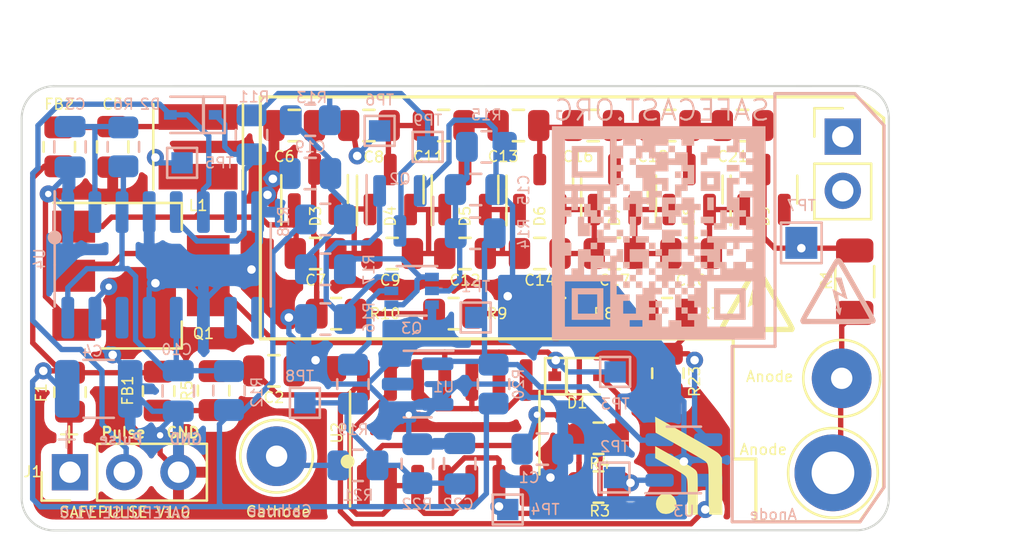
<source format=kicad_pcb>
(kicad_pcb (version 20210108) (generator pcbnew)
  (layers (0 "F.Cu" signal) (31 "B.Cu" signal) (34 "B.Paste" user) (35 "F.Paste" user) (36 "B.SilkS" user "B.Silkscreen") (37 "F.SilkS" user "F.Silkscreen") (38 "B.Mask" user) (39 "F.Mask" user) (44 "Edge.Cuts" user))
  (net 0 "")
  (net 1 "Net-(C1-Pad1)")
  (net 2 "Net-(C3-Pad1)")
  (net 3 "GND")
  (net 4 "Net-(C5-Pad1)")
  (net 5 "Net-(C7-Pad1)")
  (net 6 "Net-(C12-Pad1)")
  (net 7 "Net-(C6-Pad2)")
  (net 8 "Net-(C7-Pad2)")
  (net 9 "Net-(C10-Pad1)")
  (net 10 "Net-(C11-Pad1)")
  (net 11 "Net-(C14-Pad2)")
  (net 12 "Net-(C11-Pad2)")
  (net 13 "Net-(C12-Pad2)")
  (net 14 "Net-(C16-Pad2)")
  (net 15 "Net-(C17-Pad2)")
  (net 16 "Net-(C18-Pad2)")
  (net 17 "Net-(C20-Pad2)")
  (net 18 "Net-(C13-Pad2)")
  (net 19 "+3V3")
  (net 20 "Net-(Q2-Pad3)")
  (net 21 "Net-(Q2-Pad1)")
  (net 22 "Net-(Q3-Pad1)")
  (net 23 "Net-(C2-Pad1)")
  (net 24 "Net-(Q3-Pad5)")
  (net 25 "Net-(C21-Pad2)")
  (net 26 "Net-(D1-Pad1)")
  (net 27 "+2V5")
  (net 28 "Net-(Q1-Pad2)")
  (net 29 "Net-(D1-Pad2)")
  (net 30 "Net-(D2-Pad1)")
  (net 31 "Net-(C22-Pad1)")
  (net 32 "Net-(FB1-Pad2)")
  (net 33 "Net-(H1-Pad1)")
  (net 34 "Net-(H2-Pad1)")
  (net 35 "Net-(C15-Pad1)")
  (net 36 "Net-(R8-Pad2)")
  (net 37 "Net-(R3-Pad2)")
  (net 38 "Net-(C19-Pad1)")
  (net 39 "Net-(R23-Pad1)")
  (net 40 "Net-(R7-Pad2)")
  (net 41 "Net-(D2-Pad2)")
  (net 42 "no_connect_(D9-Pad2)")
  (net 43 "Net-(F1-Pad1)")
  (net 44 "Net-(R10-Pad2)")
  (net 45 "no_connect_(U1-Pad3)")
  (net 46 "no_connect_(U4-Pad7)")
  (net 47 "no_connect_(U4-Pad9)")
  (net 48 "no_connect_(U4-Pad10)")
  (net 49 "no_connect_(U4-Pad14)")
  (footprint "Resistor_SMD:R_0805_2012Metric" (layer "F.Cu") (at 128.5 71.5 90)
    (fp_text reference "F1")
    (fp_text value "Polyfuse" hide)
  )
  (footprint "Capacitor_SMD:C_0805_2012Metric" (layer "F.Cu") (at 146 59)
    (fp_text reference "C11")
    (fp_text value "0.1uF" hide)
  )
  (footprint "TestPoint:TestPoint_Loop_D3.50mm_Drill1.4mm_Beaded" (layer "F.Cu") (at 164.64 70.85 90)
    (fp_text reference "H2" hide)
    (fp_text value "Anode" hide)
  )
  (footprint "Package_TO_SOT_SMD:SOT-23" (layer "F.Cu") (at 157.5 62 90)
    (fp_text reference "D8")
    (fp_text value "BAV23" hide)
  )
  (footprint "Symbol:Safecast logo very small" (layer "F.Cu") (at 157.46 74.98)
    (fp_text reference "G***" hide)
    (fp_text value "LOGO" hide)
  )
  (footprint "TestPoint:TestPoint_Loop_D3.80mm_Drill2.0mm" (layer "F.Cu") (at 164.23 75.28 90)
    (fp_text reference "H2" hide)
    (fp_text value "Anode")
  )
  (footprint "Package_TO_SOT_SMD:SOT-23" (layer "F.Cu") (at 143.5 62 90)
    (fp_text reference "D4")
    (fp_text value "BAV23" hide)
  )
  (footprint "Capacitor_SMD:C_0805_2012Metric" (layer "F.Cu") (at 153 59)
    (fp_text reference "C16")
    (fp_text value "0.1uF" hide)
  )
  (footprint "Package_TO_SOT_SMD:SOT-23" (layer "F.Cu") (at 139.954 61.976 90)
    (fp_text reference "D3")
    (fp_text value "BAV23" hide)
  )
  (footprint "Capacitor_SMD:C_0805_2012Metric" (layer "F.Cu") (at 138.05 70.5)
    (fp_text reference "C2")
    (fp_text value "1uF" hide)
  )
  (footprint "Resistor_SMD:R_0805_2012Metric" (layer "F.Cu") (at 151.464 67.818 180)
    (fp_text reference "R8")
    (fp_text value "22M" hide)
  )
  (footprint "Capacitor_SMD:C_0805_2012Metric" (layer "F.Cu") (at 149.5 59)
    (fp_text reference "C13")
    (fp_text value "0.1uF" hide)
  )
  (footprint "Resistor_SMD:R_0805_2012Metric" (layer "F.Cu") (at 156.464 67.818 180)
    (fp_text reference "R7")
    (fp_text value "22M" hide)
  )
  (footprint "Package_TO_SOT_SMD:SOT-23" (layer "F.Cu") (at 150.5 62 90)
    (fp_text reference "D6")
    (fp_text value "BAV23" hide)
  )
  (footprint "Diode_SMD:D_SOD-323" (layer "F.Cu") (at 152.25 70.75)
    (fp_text reference "D1")
    (fp_text value "BAS16J" hide)
  )
  (footprint "Resistor_SMD:R_0805_2012Metric" (layer "F.Cu") (at 135.225 71.425 -90)
    (fp_text reference "R5")
    (fp_text value "100" hide)
  )
  (footprint "TestPoint:TestPoint_Loop_D2.60mm_Drill1.4mm_Beaded" (layer "F.Cu") (at 138.176 74.5)
    (fp_text reference "H1" hide)
    (fp_text value "Cathode")
  )
  (footprint "Package_TO_SOT_SMD:SOT-23" (layer "F.Cu") (at 154 62 90)
    (fp_text reference "D7")
    (fp_text value "BAV23" hide)
  )
  (footprint "Capacitor_SMD:C_0805_2012Metric" (layer "F.Cu") (at 130.5 60 -90)
    (fp_text reference "C5")
    (fp_text value "1uF" hide)
  )
  (footprint "Capacitor_SMD:C_0805_2012Metric" (layer "F.Cu") (at 154 65)
    (fp_text reference "C17")
    (fp_text value "0.1uF" hide)
  )
  (footprint "Connector_PinHeader_2.54mm:PinHeader_1x03_P2.54mm_Vertical" (layer "F.Cu") (at 128.5 75.25 90)
    (fp_text reference "J1")
    (fp_text value "Conn_01x03_Male" hide)
  )
  (footprint "Resistor_SMD:R_1206_3216Metric" (layer "F.Cu") (at 165.25 66.32 -90)
    (fp_text reference "R1")
    (fp_text value "10M" hide)
  )
  (footprint "Capacitor_SMD:C_0805_2012Metric" (layer "F.Cu") (at 139 59)
    (fp_text reference "C6")
    (fp_text value "0.1uF" hide)
  )
  (footprint "Resistor_SMD:R_0805_2012Metric" (layer "F.Cu") (at 156.5 70.612 -90)
    (fp_text reference "R23")
    (fp_text value "3.16M" hide)
  )
  (footprint "Capacitor_SMD:C_0805_2012Metric" (layer "F.Cu") (at 140 65)
    (fp_text reference "C7")
    (fp_text value "0.1uF" hide)
  )
  (footprint "Capacitor_SMD:C_0805_2012Metric" (layer "F.Cu") (at 150.5 65)
    (fp_text reference "C14")
    (fp_text value "0.1uF" hide)
  )
  (footprint "Capacitor_SMD:C_0805_2012Metric" (layer "F.Cu") (at 147 65)
    (fp_text reference "C12")
    (fp_text value "0.1uF" hide)
  )
  (footprint "Connector_PinHeader_2.54mm:PinHeader_1x02_P2.54mm_Vertical" (layer "F.Cu") (at 164.69 59.52)
    (fp_text reference "REF**" hide)
    (fp_text value "PinHeader_1x02_P2.54mm_Vertical" hide)
  )
  (footprint "Symbol:QR_code_SafePulse" (layer "F.Cu") (at 156.07 64.034)
    (fp_text reference "")
    (fp_text value "LOGO" hide)
  )
  (footprint "Inductor_SMD:L_Taiyo-Yuden_MD-4040" (layer "F.Cu") (at 134.5 60 -90)
    (fp_text reference "L1")
    (fp_text value "2.2uH" hide)
  )
  (footprint "Resistor_SMD:R_0805_2012Metric" (layer "F.Cu") (at 140.964 67.818)
    (fp_text reference "R10")
    (fp_text value "22M" hide)
  )
  (footprint "Capacitor_SMD:C_0805_2012Metric" (layer "F.Cu") (at 157.588 65)
    (fp_text reference "C20")
    (fp_text value "0.1uF" hide)
  )
  (footprint "Package_SO:SOIC-14_3.9x8.7mm_P1.27mm" (layer "F.Cu") (at 146.05 73.406 90)
    (fp_text reference "U2")
    (fp_text value "74HC14" hide)
  )
  (footprint "Resistor_SMD:R_0805_2012Metric" (layer "F.Cu") (at 128 60 90)
    (fp_text reference "FB2")
    (fp_text value "BKP2125HS221-T" hide)
  )
  (footprint "Resistor_SMD:R_0805_2012Metric" (layer "F.Cu") (at 146.464 67.818 180)
    (fp_text reference "R9")
    (fp_text value "22M" hide)
  )
  (footprint "Resistor_SMD:R_0805_2012Metric" (layer "F.Cu") (at 153.25 75.946)
    (fp_text reference "R3")
    (fp_text value "100K" hide)
  )
  (footprint "Resistor_SMD:R_0805_2012Metric" (layer "F.Cu") (at 153.25 73.66)
    (fp_text reference "R4")
    (fp_text value "100K" hide)
  )
  (footprint "Capacitor_SMD:C_0805_2012Metric" (layer "F.Cu") (at 156.588 59)
    (fp_text reference "C18")
    (fp_text value "0.1uF" hide)
  )
  (footprint "Capacitor_SMD:C_0805_2012Metric" (layer "F.Cu") (at 143.588 65)
    (fp_text reference "C9")
    (fp_text value "0.1uF" hide)
  )
  (footprint "Symbol:HV warning" (layer "F.Cu") (at 160.64 67.12)
    (fp_text reference "G***" hide)
    (fp_text value "LOGO" hide)
  )
  (footprint "Package_TO_SOT_SMD:SOT-223-3_TabPin2" (layer "F.Cu") (at 131.826 66.04)
    (fp_text reference "Q1")
    (fp_text value "FQT7N10" hide)
  )
  (footprint "Package_TO_SOT_SMD:SOT-23" (layer "F.Cu") (at 161 62 90)
    (fp_text reference "D9")
    (fp_text value "BAV23" hide)
  )
  (footprint "Capacitor_SMD:C_0805_2012Metric" (layer "F.Cu") (at 160 59)
    (fp_text reference "C21")
    (fp_text value "0.1uF" hide)
  )
  (footprint "Capacitor_SMD:C_0805_2012Metric" (layer "F.Cu") (at 142.5 59)
    (fp_text reference "C8")
    (fp_text value "0.1uF" hide)
  )
  (footprint "Resistor_SMD:R_0805_2012Metric" (layer "F.Cu") (at 132.65 71.45 -90)
    (fp_text reference "FB1")
    (fp_text value "BKP2125HS221-T" hide)
  )
  (footprint "Package_TO_SOT_SMD:SOT-23" (layer "F.Cu") (at 147 62 90)
    (fp_text reference "D5")
    (fp_text value "BAV23" hide)
  )
  (footprint "TestPoint:TestPoint_Pad_1.0x1.0mm" (layer "B.Cu") (at 133.75 60.75 180)
    (fp_text reference "TP5")
    (fp_text value "TestPoint" hide)
  )
  (footprint "Resistor_SMD:R_0805_2012Metric" (layer "B.Cu") (at 141.986 74.93)
    (fp_text reference "R21")
    (fp_text value "47k" hide)
  )
  (footprint "Resistor_SMD:R_0805_2012Metric" (layer "B.Cu") (at 135.946 71.4215 90)
    (fp_text reference "R12")
    (fp_text value "100" hide)
  )
  (footprint "Package_TO_SOT_SMD:SOT-363_SC-70-6" (layer "B.Cu") (at 144.5 66.75 180)
    (fp_text reference "Q3")
    (fp_text value "MMDT3906" hide)
  )
  (footprint "TestPoint:TestPoint_Pad_1.0x1.0mm" (layer "B.Cu") (at 143 59.25 180)
    (fp_text reference "TP6")
    (fp_text value "TestPoint" hide)
  )
  (footprint "Resistor_SMD:R_0805_2012Metric" (layer "B.Cu") (at 140.462 65.7375)
    (fp_text reference "R17")
    (fp_text value "499k" hide)
  )
  (footprint "Capacitor_SMD:C_0805_2012Metric" (layer "B.Cu") (at 133.57 71.4415 -90)
    (fp_text reference "C10")
    (fp_text value "1uF" hide)
  )
  (footprint "TestPoint:TestPoint_Pad_1.0x1.0mm" (layer "B.Cu") (at 154.03 70.55 180)
    (fp_text reference "TP3")
    (fp_text value "TestPoint" hide)
  )
  (footprint "Symbol:HV warning" (layer "B.Cu") (at 164.5 66.75 180)
    (fp_text reference "G***" hide)
    (fp_text value "LOGO" hide)
  )
  (footprint "Capacitor_SMD:C_0805_2012Metric" (layer "B.Cu") (at 147.5 62)
    (fp_text reference "C15")
    (fp_text value "1nF" hide)
  )
  (footprint "Resistor_SMD:R_0805_2012Metric" (layer "B.Cu") (at 131 60 90)
    (fp_text reference "R6")
    (fp_text value "121k" hide)
  )
  (footprint "Resistor_SMD:R_0805_2012Metric" (layer "B.Cu") (at 144.765 74.8515 90)
    (fp_text reference "R22")
    (fp_text value "20k" hide)
  )
  (footprint "Package_TO_SOT_SMD:SOT-23-5" (layer "B.Cu") (at 157.25 74.676)
    (fp_text reference "U3")
    (fp_text value "MAX4162" hide)
  )
  (footprint "Capacitor_SMD:C_0805_2012Metric" (layer "B.Cu") (at 146.75 74.8515 90)
    (fp_text reference "C22")
    (fp_text value "360pF" hide)
  )
  (footprint "TestPoint:TestPoint_Pad_1.0x1.0mm" (layer "B.Cu") (at 147.5 68 180)
    (fp_text reference "TP1")
    (fp_text value "TestPoint" hide)
  )
  (footprint "TestPoint:TestPoint_Pad_1.5x1.5mm" (layer "B.Cu") (at 162.75 64.5 180)
    (fp_text reference "TP7")
    (fp_text value "TestPoint" hide)
  )
  (footprint "Resistor_SMD:R_0805_2012Metric" (layer "B.Cu") (at 148.336 71.12 90)
    (fp_text reference "R20")
    (fp_text value "560K" hide)
  )
  (footprint "Package_TO_SOT_SMD:SOT-23" (layer "B.Cu") (at 143.95 63 -90)
    (fp_text reference "Q2")
    (fp_text value "BC846A" hide)
  )
  (footprint "Resistor_SMD:R_0805_2012Metric" (layer "B.Cu") (at 140.462 63.403 180)
    (fp_text reference "R18")
    (fp_text value "1k" hide)
  )
  (footprint "Capacitor_SMD:C_0805_2012Metric" (layer "B.Cu") (at 150.622 74.168)
    (fp_text reference "C1")
    (fp_text value "150pF" hide)
  )
  (footprint "Resistor_SMD:R_0805_2012Metric" (layer "B.Cu") (at 147.475 64.05 180)
    (fp_text reference "R14")
    (fp_text value "1M5" hide)
  )
  (footprint "TestPoint:TestPoint_Pad_1.0x1.0mm" (layer "B.Cu") (at 154 75.5 180)
    (fp_text reference "TP2")
    (fp_text value "TestPoint" hide)
  )
  (footprint "TestPoint:TestPoint_Pad_1.0x1.0mm" (layer "B.Cu") (at 139.5 72 180)
    (fp_text reference "TP8")
    (fp_text value "TestPoint" hide)
  )
  (footprint "TestPoint:TestPoint_Pad_1.0x1.0mm" (layer "B.Cu") (at 145.25 60 180)
    (fp_text reference "TP9")
    (fp_text value "TestPoint" hide)
  )
  (footprint "Resistor_SMD:R_0805_2012Metric" (layer "B.Cu") (at 137 59.436 90)
    (fp_text reference "R11")
    (fp_text value "33k" hide)
  )
  (footprint "Resistor_SMD:R_0805_2012Metric" (layer "B.Cu") (at 139.75 58.75)
    (fp_text reference "R13")
    (fp_text value "100k" hide)
  )
  (footprint "Package_SO:SOIC-16_3.9x9.9mm_P1.27mm" (layer "B.Cu") (at 132.842 65.532 -90)
    (fp_text reference "U4")
    (fp_text value "CD14538BM" hide)
  )
  (footprint "Diode_SMD:D_SOD-323" (layer "B.Cu") (at 134.25 58.5 180)
    (fp_text reference "D2")
    (fp_text value "BAS16J" hide)
  )
  (footprint "Resistor_SMD:R_0805_2012Metric" (layer "B.Cu") (at 148 60)
    (fp_text reference "R15")
    (fp_text value "392k" hide)
  )
  (footprint "Capacitor_SMD:C_0805_2012Metric" (layer "B.Cu") (at 139.75 61.25 180)
    (fp_text reference "C19")
    (fp_text value "0.1uF" hide)
  )
  (footprint "TestPoint:TestPoint_Pad_1.0x1.0mm" (layer "B.Cu") (at 149 77 180)
    (fp_text reference "TP4")
    (fp_text value "TestPoint" hide)
  )
  (footprint "Package_TO_SOT_SMD:SOT-23" (layer "B.Cu") (at 144.78 71.12 180)
    (fp_text reference "U1")
    (fp_text value "MAX6008AEUR+T" hide)
  )
  (footprint "Resistor_SMD:R_0805_2012Metric" (layer "B.Cu") (at 140.462 68.072 180)
    (fp_text reference "R16")
    (fp_text value "1M" hide)
  )
  (footprint "Capacitor_SMD:C_1210_3225Metric" (layer "B.Cu") (at 129.843 71.3415)
    (fp_text reference "C4")
    (fp_text value "10uF" hide)
  )
  (footprint "Resistor_SMD:R_0805_2012Metric" (layer "B.Cu") (at 141.75 71.12 -90)
    (fp_text reference "R19")
    (fp_text value "100k" hide)
  )
  (footprint "Capacitor_SMD:C_0805_2012Metric" (layer "B.Cu") (at 128.5 60 -90)
    (fp_text reference "C3")
    (fp_text value "1nF" hide)
  )
  (gr_circle (center 127.782 64.25) (end 128.032 64.25) (layer "B.SilkS") (width 0.15) (fill solid))
  (gr_line (start 159.512 77.575) (end 165.5 77.575) (layer "B.SilkS") (width 0.15))
  (gr_line (start 134.75 59.35) (end 134.75 57.65) (layer "B.SilkS") (width 0.15))
  (gr_line (start 159.512 69.35) (end 161.52 69.35) (layer "B.SilkS") (width 0.15))
  (gr_line (start 159.512 71.5) (end 159.512 77.575) (layer "B.SilkS") (width 0.15))
  (gr_line (start 166.624 75.946) (end 166.624 59) (layer "B.SilkS") (width 0.15))
  (gr_line (start 165.5 77.575) (end 166.624 75.946) (layer "B.SilkS") (width 0.15))
  (gr_line (start 165.25 57.5) (end 161.51 57.5) (layer "B.SilkS") (width 0.15))
  (gr_line (start 166.624 59) (end 165.25 57.5) (layer "B.SilkS") (width 0.15))
  (gr_line (start 159.512 71.5) (end 159.512 69.35) (layer "B.SilkS") (width 0.15))
  (gr_line (start 161.52 69.35) (end 161.51 57.5) (layer "B.SilkS") (width 0.15))
  (gr_circle (center 141.5 74.75) (end 141.75 74.75) (layer "F.SilkS") (width 0.15) (fill solid))
  (gr_line (start 137.414 69) (end 159.529629 69) (layer "F.SilkS") (width 0.15))
  (gr_line (start 160.62 74.63) (end 160.62 77.57) (layer "F.SilkS") (width 0.15))
  (gr_line (start 160.62 77.57) (end 165.471 77.580787) (layer "F.SilkS") (width 0.15))
  (gr_line (start 137.414 69) (end 137.414 57.658) (layer "F.SilkS") (width 0.15))
  (gr_line (start 166.597 75.992) (end 165.471 77.580787) (layer "F.SilkS") (width 0.15))
  (gr_line (start 166.604 58.658) (end 166.597 75.992) (layer "F.SilkS") (width 0.15))
  (gr_line (start 165.354 57.658) (end 137.414 57.658) (layer "F.SilkS") (width 0.15))
  (gr_line (start 159.56 69) (end 159.56 74.63) (layer "F.SilkS") (width 0.15))
  (gr_line (start 151.75 69.9) (end 151.75 71.6) (layer "F.SilkS") (width 0.15))
  (gr_line (start 159.56 74.63) (end 160.62 74.63) (layer "F.SilkS") (width 0.15))
  (gr_line (start 165.354 57.658) (end 166.604 58.658) (layer "F.SilkS") (width 0.15))
  (gr_arc (start 165.347 76.47) (end 166.847 76.47) (angle 90) (layer "Edge.Cuts") (width 0.1))
  (gr_line (start 165.347 77.97) (end 127.738 77.978) (layer "Edge.Cuts") (width 0.1))
  (gr_line (start 166.847 58.65) (end 166.847 76.47) (layer "Edge.Cuts") (width 0.1))
  (gr_arc (start 165.347 58.65) (end 165.347 57.15) (angle 90) (layer "Edge.Cuts") (width 0.1))
  (gr_arc (start 127.738 76.478) (end 127.738 77.978) (angle 90) (layer "Edge.Cuts") (width 0.1))
  (gr_line (start 127.738 57.158) (end 165.347 57.15) (layer "Edge.Cuts") (width 0.1))
  (gr_line (start 126.238 76.478) (end 126.238 58.658) (layer "Edge.Cuts") (width 0.1))
  (gr_arc (start 127.738 58.658) (end 126.238 58.658) (angle 90) (layer "Edge.Cuts") (width 0.1))
  (gr_text "GND\n" (at 133.925 73.7) (layer "B.SilkS") (effects (font (size 0.5 0.5) (thickness 0.1)) (justify mirror)))
  (gr_text "SAFECAST.ORG" (at 156.21 58.29) (layer "B.SilkS") (effects (font (size 0.95 0.95) (thickness 0.1)) (justify mirror)))
  (gr_text "+" (at 128.341 73.64) (layer "B.SilkS") (effects (font (size 1 1) (thickness 0.1)) (justify mirror)))
  (gr_text "SAFEPULSE V1.0" (at 131.075 77.15125) (layer "B.SilkS") (effects (font (size 0.5 0.5) (thickness 0.075)) (justify mirror)))
  (gr_text "Pulse" (at 130.881 73.7) (layer "B.SilkS") (effects (font (size 0.5 0.5) (thickness 0.1)) (justify mirror)))
  (gr_text "SAFEPULSE V1.0" (at 131.075 77.125) (layer "F.SilkS") (effects (font (size 0.5 0.5) (thickness 0.075))))
  (gr_text "+" (at 128.46 73.4) (layer "F.SilkS") (effects (font (size 1 1) (thickness 0.1))))
  (gr_text "Pulse" (at 131 73.4) (layer "F.SilkS") (effects (font (size 0.5 0.5) (thickness 0.1))))
  (gr_text "GND\n" (at 133.794 73.4) (layer "F.SilkS") (effects (font (size 0.5 0.5) (thickness 0.1))))
  (segment (start 151.233 72.5558) (end 152.338 73.66) (width 0.25) (layer "F.Cu") (net 1))
  (segment (start 142.24 74.906) (end 143.146 74) (width 0.25) (layer "F.Cu") (net 1))
  (segment (start 142.24 75.881) (end 142.24 74.906) (width 0.25) (layer "F.Cu") (net 1))
  (segment (start 149.75 74) (end 150.368 73.382) (width 0.25) (layer "F.Cu") (net 1))
  (segment (start 150.368 72.5558) (end 151.233 72.5558) (width 0.25) (layer "F.Cu") (net 1))
  (segment (start 152.338 74.803) (end 152.3375 74.8035) (width 0.25) (layer "F.Cu") (net 1))
  (segment (start 152.338 73.66) (end 152.338 74.803) (width 0.25) (layer "F.Cu") (net 1))
  (segment (start 152.338 73.5389) (end 152.3375 73.5394) (width 0.25) (layer "F.Cu") (net 1))
  (segment (start 152.3375 73.5394) (end 152.3375 73.66) (width 0.25) (layer "F.Cu") (net 1))
  (segment (start 152.3375 74.8035) (end 152.3375 75.946) (width 0.25) (layer "F.Cu") (net 1))
  (segment (start 152.338 74.803) (end 152.338 75.946) (width 0.25) (layer "F.Cu") (net 1))
  (segment (start 150.368 73.382) (end 150.368 72.5558) (width 0.25) (layer "F.Cu") (net 1))
  (segment (start 152.338 73.4179) (end 152.338 73.5389) (width 0.25) (layer "F.Cu") (net 1))
  (segment (start 143.146 74) (end 149.75 74) (width 0.25) (layer "F.Cu") (net 1))
  (segment (start 152.338 73.5389) (end 152.338 73.66) (width 0.25) (layer "F.Cu") (net 1))
  (via (at 150.368 72.5558) (size 0.8) (layers "F.Cu" "B.Cu") (net 1))
  (segment (start 149.863 74.168) (end 149.672 74.168) (width 0.25) (layer "B.Cu") (net 1))
  (segment (start 150.368 72.5558) (end 149.863 74.168) (width 0.25) (layer "B.Cu") (net 1))
  (segment (start 129.667 63.057) (end 129.667 59.167) (width 0.25) (layer "B.Cu") (net 2))
  (segment (start 129.667 59.167) (end 129.55 59.05) (width 0.25) (layer "B.Cu") (net 2))
  (segment (start 131 59.0875) (end 130.9625 59.05) (width 0.25) (layer "B.Cu") (net 2))
  (segment (start 130.9625 59.05) (end 128.5 59.05) (width 0.25) (layer "B.Cu") (net 2))
  (segment (start 139 70.5) (end 139.5 70.5) (width 0.25) (layer "F.Cu") (net 3))
  (segment (start 132.72 73.5221) (end 132.72 74.39) (width 0.25) (layer "F.Cu") (net 3))
  (segment (start 139.5 70.5) (end 140 70) (width 0.25) (layer "F.Cu") (net 3))
  (segment (start 137.75 62.25) (end 138.0875 61.9125) (width 0.25) (layer "F.Cu") (net 3))
  (segment (start 151.21 75.71) (end 151 75.5) (width 0.25) (layer "F.Cu") (net 3))
  (segment (start 140.103 70.358) (end 140 70.255) (width 0.25) (layer "F.Cu") (net 3))
  (segment (start 138.0875 61.9125) (end 138.0875 59) (width 0.25) (layer "F.Cu") (net 3))
  (segment (start 138 62) (end 138 61) (width 0.25) (layer "F.Cu") (net 3))
  (segment (start 138.75 67.5) (end 138.75 68) (width 0.25) (layer "F.Cu") (net 3))
  (segment (start 151.21 76.3439) (end 151.21 75.71) (width 0.25) (layer "F.Cu") (net 3))
  (segment (start 137.75 62.25) (end 138 62) (width 0.25) (layer "F.Cu") (net 3))
  (segment (start 127.350989 67.014989) (end 128.676 68.34) (width 0.25) (layer "F.Cu") (net 3))
  (segment (start 127.350989 62.338011) (end 127.350989 67.014989) (width 0.25) (layer "F.Cu") (net 3))
  (segment (start 140 70.255) (end 140 70) (width 0.25) (layer "F.Cu") (net 3))
  (segment (start 137 65.75) (end 138.75 67.5) (width 0.25) (layer "F.Cu") (net 3))
  (segment (start 157 72.0245) (end 156.5 71.5245) (width 0.25) (layer "F.Cu") (net 3))
  (segment (start 127.481 62.208) (end 127.350989 62.338011) (width 0.25) (layer "F.Cu") (net 3))
  (segment (start 132.72 74.39) (end 133.58 75.25) (width 0.25) (layer "F.Cu") (net 3))
  (via (at 132.5 66.3902) (size 0.8) (drill 0.4) (layers "F.Cu" "B.Cu") (net 3))
  (via (at 127.481 62.208) (size 0.8) (layers "F.Cu" "B.Cu") (net 3))
  (via (at 138.75 68) (size 0.8) (drill 0.4) (layers "F.Cu" "B.Cu") (net 3))
  (via (at 157.25 74.75) (size 0.8) (drill 0.4) (layers "F.Cu" "B.Cu") (net 3))
  (via (at 130.313 66.5594) (size 0.8) (layers "F.Cu" "B.Cu") (net 3))
  (via (at 140 70) (size 0.8) (drill 0.4) (layers "F.Cu" "B.Cu") (net 3))
  (via (at 138 61.5) (size 0.8) (drill 0.4) (layers "F.Cu" "B.Cu") (net 3))
  (via (at 149 67) (size 0.8) (drill 0.4) (layers "F.Cu" "B.Cu") (net 3))
  (via (at 137.75 62.25) (size 0.8) (drill 0.4) (layers "F.Cu" "B.Cu") (net 3))
  (via (at 151 75.5) (size 0.8) (drill 0.4) (layers "F.Cu" "B.Cu") (net 3))
  (via (at 130.5 69.75) (size 0.8) (drill 0.4) (layers "F.Cu" "B.Cu") (net 3))
  (via (at 144.365 72.5578) (size 0.8) (layers "F.Cu" "B.Cu") (net 3))
  (via (at 132.72 73.5221) (size 0.8) (layers "F.Cu" "B.Cu") (net 3))
  (via (at 137 65.75) (size 0.8) (drill 0.4) (layers "F.Cu" "B.Cu") (net 3))
  (segment (start 136.25 65.75) (end 137 65.75) (width 0.25) (layer "B.Cu") (net 3))
  (segment (start 142.433 71.12) (end 140.62 71.12) (width 0.25) (layer "B.Cu") (net 3))
  (segment (start 145.7175 72.0704) (end 145.7175 72.07) (width 0.25) (layer "B.Cu") (net 3))
  (segment (start 139.5495 68.0715) (end 139.5495 68.072) (width 0.25) (layer "B.Cu") (net 3))
  (segment (start 130.5 69.75) (end 131.318 70.568) (width 0.25) (layer "B.Cu") (net 3))
  (segment (start 157.25 76.25) (end 157 76.5) (width 0.25) (layer "B.Cu") (net 3))
  (segment (start 138.822 68.072) (end 139.5495 68.072) (width 0.25) (layer "B.Cu") (net 3))
  (segment (start 138.75 68.75) (end 138.75 68) (width 0.25) (layer "B.Cu") (net 3))
  (segment (start 133.67 75.1695) (end 133.5005 75) (width 0.25) (layer "B.Cu") (net 3))
  (segment (start 152 76.5) (end 151 75.5) (width 0.25) (layer "B.Cu") (net 3))
  (segment (start 134.1026 66.5) (end 134.747 67.1444) (width 0.25) (layer "B.Cu") (net 3))
  (segment (start 138.75 68) (end 138.822 68.072) (width 0.25) (layer "B.Cu") (net 3))
  (segment (start 128.5 61.189) (end 127.481 62.208) (width 0.25) (layer "B.Cu") (net 3))
  (segment (start 137.832 62.332) (end 137.832 62.5121) (width 0.25) (layer "B.Cu") (net 3))
  (segment (start 134.747 67.5418) (end 134.747 68.007) (width 0.25) (layer "B.Cu") (net 3))
  (segment (start 130.313 66.5594) (end 129.667 67.2055) (width 0.25) (layer "B.Cu") (net 3))
  (segment (start 132.3677 66.5) (end 134.1026 66.5) (width 0.25) (layer "B.Cu") (net 3))
  (segment (start 137.832 62.5121) (end 137.287 63.057) (width 0.25) (layer "B.Cu") (net 3))
  (segment (start 131.318 70.568) (end 131.318 71.3415) (width 0.25) (layer "B.Cu") (net 3))
  (segment (start 144.197 72.39) (end 143.703 72.39) (width 0.25) (layer "B.Cu") (net 3))
  (segment (start 148.4125 59.1625) (end 148.4125 60) (width 0.25) (layer "B.Cu") (net 3))
  (segment (start 157.25 71.94) (end 154.54 69.23) (width 0.25) (layer "B.Cu") (net 3))
  (segment (start 157 76.5) (end 152 76.5) (width 0.25) (layer "B.Cu") (net 3))
  (segment (start 146.25 59) (end 146.5 58.75) (width 0.25) (layer "B.Cu") (net 3))
  (segment (start 148 58.75) (end 148.4125 59.1625) (width 0.25) (layer "B.Cu") (net 3))
  (segment (start 144.9 62.0625) (end 146.25 60.7125) (width 0.25) (layer "B.Cu") (net 3))
  (segment (start 149 67.98) (end 149 67) (width 0.25) (layer "B.Cu") (net 3))
  (segment (start 138.55 61.5) (end 138.8 61.25) (width 0.25) (layer "B.Cu") (net 3))
  (segment (start 140 70.5) (end 140 70) (width 0.25) (layer "B.Cu") (net 3))
  (segment (start 148.45 60.0375) (end 148.4125 60) (width 0.25) (layer "B.Cu") (net 3))
  (segment (start 145.474 72.3139) (end 145.718 72.07) (width 0.25) (layer "B.Cu") (net 3))
  (segment (start 145.718 72.07) (end 146.668 71.12) (width 0.25) (layer "B.Cu") (net 3))
  (segment (start 145.474 72.3139) (end 145.7175 72.0704) (width 0.25) (layer "B.Cu") (net 3))
  (segment (start 147.282 73.939) (end 147.32 73.9015) (width 0.25) (layer "B.Cu") (net 3))
  (segment (start 145.23 72.5578) (end 145.474 72.3139) (width 0.25) (layer "B.Cu") (net 3))
  (segment (start 137.75 62.25) (end 137.832 62.332) (width 0.25) (layer "B.Cu") (net 3))
  (segment (start 143.703 72.39) (end 142.433 71.12) (width 0.25) (layer "B.Cu") (net 3))
  (segment (start 156.1125 74.676) (end 157.176 74.676) (width 0.25) (layer "B.Cu") (net 3))
  (segment (start 151.572 72.578) (end 151.572 74.168) (width 0.25) (layer "B.Cu") (net 3))
  (segment (start 157.25 74.75) (end 157.25 71.94) (width 0.25) (layer "B.Cu") (net 3))
  (segment (start 157.176 74.676) (end 157.25 74.75) (width 0.25) (layer "B.Cu") (net 3))
  (segment (start 132.72 73.5221) (end 132.72 73.2415) (width 0.25) (layer "B.Cu") (net 3))
  (segment (start 127.548 62.208) (end 128.397 63.057) (width 0.25) (layer "B.Cu") (net 3))
  (segment (start 148.45 62) (end 149.22502 62.77502) (width 0.25) (layer "B.Cu") (net 3))
  (segment (start 151 75.5) (end 151.572 74.928) (width 0.25) (layer "B.Cu") (net 3))
  (segment (start 132.207 66.0972) (end 132.207 63.057) (width 0.25) (layer "B.Cu") (net 3))
  (segment (start 144.365 72.5578) (end 144.053 72.87) (width 0.25) (layer "B.Cu") (net 3))
  (segment (start 149.22502 62.77502) (end 149.22502 66.77498) (width 0.25) (layer "B.Cu") (net 3))
  (segment (start 127.481 62.208) (end 127.548 62.208) (width 0.25) (layer "B.Cu") (net 3))
  (segment (start 132.368 72.3915) (end 131.318 71.3415) (width 0.25) (layer "B.Cu") (net 3))
  (segment (start 146.668 71.12) (end 149.37 71.12) (width 0.25) (layer "B.Cu") (net 3))
  (segment (start 128.5 60.95) (end 128.5 61.189) (width 0.25) (layer "B.Cu") (net 3))
  (segment (start 133.57 72.3915) (end 132.72 72.3915) (width 0.25) (layer "B.Cu") (net 3))
  (segment (start 144.365 72.5578) (end 144.365 73.5389) (width 0.25) (layer "B.Cu") (net 3))
  (segment (start 138 61.5) (end 138.55 61.5) (width 0.25) (layer "B.Cu") (net 3))
  (segment (start 140 70) (end 138.75 68.75) (width 0.25) (layer "B.Cu") (net 3))
  (segment (start 146.25 60.7125) (end 146.25 59) (width 0.25) (layer "B.Cu") (net 3))
  (segment (start 134.747 68.007) (end 134.747 67.5418) (width 0.25) (layer "B.Cu") (net 3))
  (segment (start 129.667 67.2055) (end 129.667 68.007) (width 0.25) (layer "B.Cu") (net 3))
  (segment (start 139.5495 68.0715) (end 139.55 68.072) (width 0.25) (layer "B.Cu") (net 3))
  (segment (start 144.365 72.5578) (end 144.197 72.39) (width 0.25) (layer "B.Cu") (net 3))
  (segment (start 137.287 65.463) (end 137.287 63.057) (width 0.25) (layer "B.Cu") (net 3))
  (segment (start 144.365 73.5389) (end 144.765 73.939) (width 0.25) (layer "B.Cu") (net 3))
  (segment (start 145.45 67.4) (end 145.45 68.103) (width 0.25) (layer "B.Cu") (net 3))
  (segment (start 132.72 72.3915) (end 132.368 72.3915) (width 0.25) (layer "B.Cu") (net 3))
  (segment (start 151.572 74.928) (end 151.572 74.168) (width 0.25) (layer "B.Cu") (net 3))
  (segment (start 150 71.75) (end 151 71.75) (width 0.25) (layer "B.Cu") (net 3))
  (segment (start 149.22502 66.77498) (end 149 67) (width 0.25) (layer "B.Cu") (net 3))
  (segment (start 140.62 71.12) (end 140 70.5) (width 0.25) (layer "B.Cu") (net 3))
  (segment (start 132.207 66.6607) (end 132.3677 66.5) (width 0.25) (layer "B.Cu") (net 3))
  (segment (start 151 71.75) (end 151.5 72.25) (width 0.25) (layer "B.Cu") (net 3))
  (segment (start 132.2295 66.6607) (end 132.5 66.3902) (width 0.25) (layer "B.Cu") (net 3))
  (segment (start 132.207 66.6607) (end 132.2295 66.6607) (width 0.25) (layer "B.Cu") (net 3))
  (segment (start 134.747 67.253) (end 136.25 65.75) (width 0.25) (layer "B.Cu") (net 3))
  (segment (start 157.25 76.25) (end 157.25 74.75) (width 0.25) (layer "B.Cu") (net 3))
  (segment (start 132.5 66.3902) (end 132.207 66.0972) (width 0.25) (layer "B.Cu") (net 3))
  (segment (start 144.765 73.939) (end 146.7125 73.939) (width 0.25) (layer "B.Cu") (net 3))
  (segment (start 151.5 72.25) (end 151.5 74.096) (width 0.25) (layer "B.Cu") (net 3))
  (segment (start 146.7125 73.939) (end 146.75 73.9015) (width 0.25) (layer "B.Cu") (net 3))
  (segment (start 154.54 69.23) (end 150.25 69.23) (width 0.25) (layer "B.Cu") (net 3))
  (segment (start 137 65.75) (end 137.287 65.463) (width 0.25) (layer "B.Cu") (net 3))
  (segment (start 132.72 73.2415) (end 133.57 72.3915) (width 0.25) (layer "B.Cu") (net 3))
  (segment (start 150.25 69.23) (end 149 67.98) (width 0.25) (layer "B.Cu") (net 3))
  (segment (start 132.207 66.6607) (end 132.207 68.007) (width 0.25) (layer "B.Cu") (net 3))
  (segment (start 144.802 73.9015) (end 144.765 73.939) (width 0.25) (layer "B.Cu") (net 3))
  (segment (start 134.747 67.5418) (end 134.747 67.253) (width 0.25) (layer "B.Cu") (net 3))
  (segment (start 146.5 58.75) (end 148 58.75) (width 0.25) (layer "B.Cu") (net 3))
  (segment (start 144.365 72.5578) (end 145.23 72.5578) (width 0.25) (layer "B.Cu") (net 3))
  (segment (start 139.492 68.014) (end 139.5495 68.0715) (width 0.25) (layer "B.Cu") (net 3))
  (segment (start 145.45 68.103) (end 142.433 71.12) (width 0.25) (layer "B.Cu") (net 3))
  (segment (start 133.5005 75) (end 133 75) (width 0.25) (layer "B.Cu") (net 3))
  (segment (start 149.37 71.12) (end 150 71.75) (width 0.25) (layer "B.Cu") (net 3))
  (segment (start 134.747 67.1444) (end 134.747 67.5418) (width 0.25) (layer "B.Cu") (net 3))
  (segment (start 151.5 74.096) (end 151.572 74.168) (width 0.25) (layer "B.Cu") (net 3))
  (segment (start 148.45 62) (end 148.45 60.0375) (width 0.25) (layer "B.Cu") (net 3))
  (segment (start 134.05 59.05) (end 134.5 58.6) (width 0.25) (layer "F.Cu") (net 4))
  (segment (start 128 59.0875) (end 130.462 59.0875) (width 0.25) (layer "F.Cu") (net 4))
  (segment (start 130.5 59.05) (end 134.05 59.05) (width 0.25) (layer "F.Cu") (net 4))
  (segment (start 130.462 59.0875) (end 130.5 59.05) (width 0.25) (layer "F.Cu") (net 4))
  (segment (start 139.0875 64.3285) (end 139.0875 65) (width 0.25) (layer "F.Cu") (net 5))
  (segment (start 134.3746 63.2947) (end 134.568 63.1013) (width 0.25) (layer "F.Cu") (net 5))
  (segment (start 139.088 63.656) (end 138.9434 63.656) (width 0.25) (layer "F.Cu") (net 5))
  (segment (start 139.088 65) (end 139.088 64.328) (width 0.25) (layer "F.Cu") (net 5))
  (segment (start 139.004 63.5954) (end 139.004 62.9135) (width 0.25) (layer "F.Cu") (net 5))
  (segment (start 137.423 63.2947) (end 134.3746 63.2947) (width 0.25) (layer "F.Cu") (net 5))
  (segment (start 132.5 60.5) (end 133.4 61.4) (width 0.25) (layer "F.Cu") (net 5))
  (segment (start 139.088 64.328) (end 139.088 63.656) (width 0.25) (layer "F.Cu") (net 5))
  (segment (start 134.3746 63.2947) (end 130.447 63.2947) (width 0.25) (layer "F.Cu") (net 5))
  (segment (start 137.784 63.656) (end 137.423 63.2947) (width 0.25) (layer "F.Cu") (net 5))
  (segment (start 134.5 61.4) (end 134.568 61.468) (width 0.25) (layer "F.Cu") (net 5))
  (segment (start 134.568 63.1013) (end 134.568 61.468) (width 0.25) (layer "F.Cu") (net 5))
  (segment (start 130.001 63.74) (end 128.676 63.74) (width 0.25) (layer "F.Cu") (net 5))
  (segment (start 139.088 64.328) (end 139.0875 64.3285) (width 0.25) (layer "F.Cu") (net 5))
  (segment (start 138.9434 63.656) (end 139.004 63.5954) (width 0.25) (layer "F.Cu") (net 5))
  (segment (start 130.447 63.2947) (end 130.001 63.74) (width 0.25) (layer "F.Cu") (net 5))
  (segment (start 138.9434 63.656) (end 137.784 63.656) (width 0.25) (layer "F.Cu") (net 5))
  (segment (start 133.4 61.4) (end 134.5 61.4) (width 0.25) (layer "F.Cu") (net 5))
  (via (at 132.5 60.5) (size 0.8) (drill 0.4) (layers "F.Cu" "B.Cu") (net 5))
  (segment (start 132.5 60.5) (end 132.75 60.75) (width 0.25) (layer "B.Cu") (net 5))
  (segment (start 132.75 60.75) (end 133.75 60.75) (width 0.25) (layer "B.Cu") (net 5))
  (segment (start 146.05 62.9375) (end 145.294 62.9375) (width 0.25) (layer "F.Cu") (net 6))
  (segment (start 144.5005 65) (end 145.294 65) (width 0.25) (layer "F.Cu") (net 6))
  (segment (start 145.294 62.9375) (end 144.45 62.9375) (width 0.25) (layer "F.Cu") (net 6))
  (segment (start 144.5 65) (end 144.5005 65) (width 0.25) (layer "F.Cu") (net 6))
  (segment (start 145.294 65) (end 146.0875 65) (width 0.25) (layer "F.Cu") (net 6))
  (segment (start 146.0875 65) (end 146.088 65) (width 0.25) (layer "F.Cu") (net 6))
  (segment (start 145.294 65) (end 145.294 62.9375) (width 0.25) (layer "F.Cu") (net 6))
  (segment (start 140.052 67.818) (end 140.052 66.8095) (width 0.25) (layer "F.Cu") (net 7))
  (segment (start 140.052 64.2623) (end 139.912 64.1233) (width 0.25) (layer "F.Cu") (net 7))
  (segment (start 141.5875 59) (end 141.588 59) (width 0.25) (layer "F.Cu") (net 7))
  (segment (start 139.9125 59) (end 141.5875 59) (width 0.25) (layer "F.Cu") (net 7))
  (segment (start 140.0515 66.81) (end 140.0515 67.818) (width 0.25) (layer "F.Cu") (net 7))
  (segment (start 141.75 59.2) (end 141.55 59) (width 0.25) (layer "F.Cu") (net 7))
  (segment (start 140.052 66.8095) (end 140.0515 66.81) (width 0.25) (layer "F.Cu") (net 7))
  (segment (start 139.912 64.1233) (end 139.912 60.5376) (width 0.25) (layer "F.Cu") (net 7))
  (segment (start 139.954 60.5796) (end 139.954 61.0385) (width 0.25) (layer "F.Cu") (net 7))
  (segment (start 139.912 60.5376) (end 139.954 60.5796) (width 0.25) (layer "F.Cu") (net 7))
  (segment (start 139.912 59) (end 139.9125 59) (width 0.25) (layer "F.Cu") (net 7))
  (segment (start 140.052 66.8095) (end 140.052 64.2623) (width 0.25) (layer "F.Cu") (net 7))
  (segment (start 139.912 60.5376) (end 139.912 59) (width 0.25) (layer "F.Cu") (net 7))
  (segment (start 141.95 60.425) (end 141.75 59.2) (width 0.25) (layer "F.Cu") (net 7))
  (via (at 141.95 60.425) (size 0.8) (drill 0.4) (layers "F.Cu" "B.Cu") (net 7))
  (segment (start 141.95 60.425) (end 143 59.25) (width 0.25) (layer "B.Cu") (net 7))
  (segment (start 141.756 65) (end 141.81 64.9455) (width 0.25) (layer "F.Cu") (net 8))
  (segment (start 141.756 65) (end 140.9125 65) (width 0.25) (layer "F.Cu") (net 8))
  (segment (start 142.526 62.9135) (end 142.55 62.9375) (width 0.25) (layer "F.Cu") (net 8))
  (segment (start 141.81 62.9135) (end 142.526 62.9135) (width 0.25) (layer "F.Cu") (net 8))
  (segment (start 142.6755 65) (end 141.756 65) (width 0.25) (layer "F.Cu") (net 8))
  (segment (start 140.9125 65) (end 140.912 65) (width 0.25) (layer "F.Cu") (net 8))
  (segment (start 140.904 62.9135) (end 141.81 62.9135) (width 0.25) (layer "F.Cu") (net 8))
  (segment (start 142.676 65) (end 142.6755 65) (width 0.25) (layer "F.Cu") (net 8))
  (segment (start 141.81 64.9455) (end 141.81 62.9135) (width 0.25) (layer "F.Cu") (net 8))
  (segment (start 142.628 62.859) (end 142.55 62.9375) (width 0.25) (layer "F.Cu") (net 8))
  (segment (start 135.9285 70.4915) (end 135.946 70.509) (width 0.25) (layer "B.Cu") (net 9))
  (segment (start 128.397 68.007) (end 128.397 66.603) (width 0.25) (layer "B.Cu") (net 9))
  (segment (start 133.477 68.007) (end 133.477 70.3985) (width 0.25) (layer "B.Cu") (net 9))
  (segment (start 132.998 70.4915) (end 133.57 70.4915) (width 0.25) (layer "B.Cu") (net 9))
  (segment (start 130.502 65.7114) (end 131.2114 65.7114) (width 0.25) (layer "B.Cu") (net 9))
  (segment (start 130.937 63.057) (end 130.937 62.563) (width 0.25) (layer "B.Cu") (net 9))
  (segment (start 130.7886 65.7114) (end 130.502 65.7114) (width 0.25) (layer "B.Cu") (net 9))
  (segment (start 131 62.994) (end 130.937 63.057) (width 0.25) (layer "B.Cu") (net 9))
  (segment (start 130.937 65.563) (end 130.7886 65.7114) (width 0.25) (layer "B.Cu") (net 9))
  (segment (start 131 60.9125) (end 131 62.994) (width 0.25) (layer "B.Cu") (net 9))
  (segment (start 131.2114 65.7114) (end 131.572 66.072) (width 0.25) (layer "B.Cu") (net 9))
  (segment (start 133.477 70.3985) (end 133.57 70.4915) (width 0.25) (layer "B.Cu") (net 9))
  (segment (start 130.937 63.057) (end 130.937 65.563) (width 0.25) (layer "B.Cu") (net 9))
  (segment (start 133.57 70.4915) (end 135.9285 70.4915) (width 0.25) (layer "B.Cu") (net 9))
  (segment (start 131.572 66.072) (end 131.572 69.0659) (width 0.25) (layer "B.Cu") (net 9))
  (segment (start 128.397 66.603) (end 129.2886 65.7114) (width 0.25) (layer "B.Cu") (net 9))
  (segment (start 131.572 69.0659) (end 132.998 70.4915) (width 0.25) (layer "B.Cu") (net 9))
  (segment (start 129.2886 65.7114) (end 130.502 65.7114) (width 0.25) (layer "B.Cu") (net 9))
  (segment (start 143.412 59) (end 143.4125 59) (width 0.25) (layer "F.Cu") (net 10))
  (segment (start 143.412 60.975) (end 143.412 59) (width 0.25) (layer "F.Cu") (net 10))
  (segment (start 143.5 61.0625) (end 143.412 60.975) (width 0.25) (layer "F.Cu") (net 10))
  (segment (start 143.4125 59) (end 145.0875 59) (width 0.25) (layer "F.Cu") (net 10))
  (segment (start 145.0875 59) (end 145.088 59) (width 0.25) (layer "F.Cu") (net 10))
  (segment (start 153.0875 65) (end 153.088 65) (width 0.25) (layer "F.Cu") (net 11))
  (segment (start 153.05 62.9375) (end 151.45 62.9375) (width 0.25) (layer "F.Cu") (net 11))
  (segment (start 151.412 65) (end 151.4125 65) (width 0.25) (layer "F.Cu") (net 11))
  (segment (start 153.05 65) (end 153.05 62.9375) (width 0.25) (layer "F.Cu") (net 11))
  (segment (start 151.4125 65) (end 153.05 65) (width 0.25) (layer "F.Cu") (net 11))
  (segment (start 153.05 65) (end 153.0875 65) (width 0.25) (layer "F.Cu") (net 11))
  (segment (start 147 59.0875) (end 146.9123 59.0002) (width 0.25) (layer "F.Cu") (net 12))
  (segment (start 146.9123 59.0002) (end 146.912 59) (width 0.25) (layer "F.Cu") (net 12))
  (segment (start 148.5875 59) (end 147.088 59) (width 0.25) (layer "F.Cu") (net 12))
  (segment (start 148.588 59) (end 148.5875 59) (width 0.25) (layer "F.Cu") (net 12))
  (segment (start 147.088 59) (end 147 59.0875) (width 0.25) (layer "F.Cu") (net 12))
  (segment (start 146.9125 59) (end 146.9123 59.0002) (width 0.25) (layer "F.Cu") (net 12))
  (segment (start 147 61.0625) (end 147 59.0875) (width 0.25) (layer "F.Cu") (net 12))
  (segment (start 147.912 65) (end 147.9125 65) (width 0.25) (layer "F.Cu") (net 13))
  (segment (start 148.75 65) (end 149.5875 65) (width 0.25) (layer "F.Cu") (net 13))
  (segment (start 148.75 65) (end 148.75 62.9375) (width 0.25) (layer "F.Cu") (net 13))
  (segment (start 149.5875 65) (end 149.588 65) (width 0.25) (layer "F.Cu") (net 13))
  (segment (start 148.75 62.9375) (end 149.55 62.9375) (width 0.25) (layer "F.Cu") (net 13))
  (segment (start 147.9125 65) (end 148.75 65) (width 0.25) (layer "F.Cu") (net 13))
  (segment (start 147.95 62.9375) (end 148.75 62.9375) (width 0.25) (layer "F.Cu") (net 13))
  (segment (start 153.9125 59) (end 155.6755 59) (width 0.25) (layer "F.Cu") (net 14))
  (segment (start 155.6755 59) (end 155.676 59) (width 0.25) (layer "F.Cu") (net 14))
  (segment (start 154 61.0625) (end 153.912 60.975) (width 0.25) (layer "F.Cu") (net 14))
  (segment (start 153.912 60.975) (end 153.912 59) (width 0.25) (layer "F.Cu") (net 14))
  (segment (start 153.912 59) (end 153.9125 59) (width 0.25) (layer "F.Cu") (net 14))
  (segment (start 154.9125 65) (end 154.912 65) (width 0.25) (layer "F.Cu") (net 15))
  (segment (start 154.95 62.9375) (end 156.55 62.9375) (width 0.25) (layer "F.Cu") (net 15))
  (segment (start 154.95 65) (end 154.95 62.9375) (width 0.25) (layer "F.Cu") (net 15))
  (segment (start 156.6755 65) (end 154.95 65) (width 0.25) (layer "F.Cu") (net 15))
  (segment (start 154.95 65) (end 154.9125 65) (width 0.25) (layer "F.Cu") (net 15))
  (segment (start 156.676 65) (end 156.6755 65) (width 0.25) (layer "F.Cu") (net 15))
  (segment (start 157.5 59) (end 157.5 61.0625) (width 0.25) (layer "F.Cu") (net 16))
  (segment (start 159.0875 59) (end 157.5005 59) (width 0.25) (layer "F.Cu") (net 16))
  (segment (start 157.5005 59) (end 157.5 59) (width 0.25) (layer "F.Cu") (net 16))
  (segment (start 159.088 59) (end 159.0875 59) (width 0.25) (layer "F.Cu") (net 16))
  (segment (start 160.05 62.9375) (end 158.45 62.9375) (width 0.25) (layer "F.Cu") (net 17))
  (segment (start 158.45 64.9495) (end 158.45 62.9375) (width 0.25) (layer "F.Cu") (net 17))
  (segment (start 158.5 65) (end 158.45 64.9495) (width 0.25) (layer "F.Cu") (net 17))
  (segment (start 158.5005 65) (end 158.5 65) (width 0.25) (layer "F.Cu") (net 17))
  (segment (start 152 59.0875) (end 152.0877 59.0002) (width 0.25) (layer "F.Cu") (net 18))
  (segment (start 152.0875 59) (end 152.0877 59.0002) (width 0.25) (layer "F.Cu") (net 18))
  (segment (start 152.0877 59.0002) (end 152.088 59) (width 0.25) (layer "F.Cu") (net 18))
  (segment (start 150.5 59.0875) (end 152 59.0875) (width 0.25) (layer "F.Cu") (net 18))
  (segment (start 150.4123 59.0002) (end 150.412 59) (width 0.25) (layer "F.Cu") (net 18))
  (segment (start 150.5 59.0875) (end 150.4123 59.0002) (width 0.25) (layer "F.Cu") (net 18))
  (segment (start 150.4125 59) (end 150.4123 59.0002) (width 0.25) (layer "F.Cu") (net 18))
  (segment (start 150.5 61.0625) (end 150.5 59.0875) (width 0.25) (layer "F.Cu") (net 18))
  (segment (start 132.6 70.5875) (end 132.65 70.5375) (width 0.25) (layer "F.Cu") (net 19))
  (segment (start 128 60.9125) (end 127.3 60.9125) (width 0.25) (layer "F.Cu") (net 19))
  (segment (start 128.4125 70.5) (end 128.5 70.5875) (width 0.25) (layer "F.Cu") (net 19))
  (segment (start 126.755989 69.192489) (end 128.151 70.5875) (width 0.25) (layer "F.Cu") (net 19))
  (segment (start 126.755989 61.456511) (end 126.755989 69.192489) (width 0.25) (layer "F.Cu") (net 19))
  (segment (start 127.25 70.5) (end 128.4125 70.5) (width 0.25) (layer "F.Cu") (net 19))
  (segment (start 127.3 60.9125) (end 126.755989 61.456511) (width 0.25) (layer "F.Cu") (net 19))
  (segment (start 128.151 70.5875) (end 128.5 70.5875) (width 0.25) (layer "F.Cu") (net 19))
  (segment (start 128 60.9125) (end 127.39125 60.9125) (width 0.25) (layer "F.Cu") (net 19))
  (segment (start 128.5 70.5875) (end 132.6 70.5875) (width 0.25) (layer "F.Cu") (net 19))
  (via (at 127.25 70.5) (size 0.8) (drill 0.4) (layers "F.Cu" "B.Cu") (net 19))
  (segment (start 136.5 72.5) (end 136.112 72.5) (width 0.25) (layer "B.Cu") (net 19))
  (segment (start 135.634148 76.865852) (end 147.384148 76.865852) (width 0.25) (layer "B.Cu") (net 19))
  (segment (start 128.0915 71.3415) (end 128.368 71.3415) (width 0.25) (layer "B.Cu") (net 19))
  (segment (start 127.115852 76.865852) (end 135.634148 76.865852) (width 0.25) (layer "B.Cu") (net 19))
  (segment (start 148 72.3685) (end 148.336 72.0325) (width 0.25) (layer "B.Cu") (net 19))
  (segment (start 139.5495 63.403) (end 139.597 63.403) (width 0.25) (layer "B.Cu") (net 19))
  (segment (start 139.512 63.3655) (end 139.5495 63.403) (width 0.25) (layer "B.Cu") (net 19))
  (segment (start 139.55 63.403) (end 139.5497 63.4032) (width 0.25) (layer "B.Cu") (net 19))
  (segment (start 135.946 72.554) (end 135.5 73) (width 0.25) (layer "B.Cu") (net 19))
  (segment (start 127.115852 76.865852) (end 130.459552 76.865852) (width 0.25) (layer "B.Cu") (net 19))
  (segment (start 135.5 76.731704) (end 135.634148 76.865852) (width 0.25) (layer "B.Cu") (net 19))
  (segment (start 148.336 72.0325) (end 148.37 72.0665) (width 0.25) (layer "B.Cu") (net 19))
  (segment (start 135.946 72.334) (end 135.946 72.554) (width 0.25) (layer "B.Cu") (net 19))
  (segment (start 128.368 71.3415) (end 128.59 71.5635) (width 0.25) (layer "B.Cu") (net 19))
  (segment (start 138 64.9525) (end 138 71) (width 0.25) (layer "B.Cu") (net 19))
  (segment (start 126.75 71) (end 126.75 76.5) (width 0.25) (layer "B.Cu") (net 19))
  (segment (start 139.5495 63.403) (end 139.5497 63.4032) (width 0.25) (layer "B.Cu") (net 19))
  (segment (start 138 71) (end 136.5 72.5) (width 0.25) (layer "B.Cu") (net 19))
  (segment (start 127.25 70.5) (end 128.0915 71.3415) (width 0.25) (layer "B.Cu") (net 19))
  (segment (start 148 76.25) (end 148 72.3685) (width 0.25) (layer "B.Cu") (net 19))
  (segment (start 126.75 76.5) (end 127.115852 76.865852) (width 0.25) (layer "B.Cu") (net 19))
  (segment (start 148.409 72.1058) (end 148.336 72.0325) (width 0.25) (layer "B.Cu") (net 19))
  (segment (start 135.5 73) (end 135.5 76.731704) (width 0.25) (layer "B.Cu") (net 19))
  (segment (start 138 64.9525) (end 139.5495 63.403) (width 0.25) (layer "B.Cu") (net 19))
  (segment (start 128.368 71.3415) (end 128.368 71.2159) (width 0.25) (layer "B.Cu") (net 19))
  (segment (start 147.384148 76.865852) (end 148 76.25) (width 0.25) (layer "B.Cu") (net 19))
  (segment (start 135.412 72.334) (end 135.946 72.334) (width 0.25) (layer "B.Cu") (net 19))
  (segment (start 136.112 72.5) (end 135.946 72.334) (width 0.25) (layer "B.Cu") (net 19))
  (segment (start 127.25 70.5) (end 126.75 71) (width 0.25) (layer "B.Cu") (net 19))
  (segment (start 137.414 58.336) (end 138.25 57.5) (width 0.25) (layer "B.Cu") (net 20))
  (segment (start 137.414 58.5235) (end 137.414 58.336) (width 0.25) (layer "B.Cu") (net 20))
  (segment (start 137.414 58.5235) (end 137.564 58.674) (width 0.25) (layer "B.Cu") (net 20))
  (segment (start 144 63.8875) (end 143.95 63.9375) (width 0.25) (layer "B.Cu") (net 20))
  (segment (start 144 57.5) (end 145.25 58.75) (width 0.25) (layer "B.Cu") (net 20))
  (segment (start 145.25 60) (end 144 61.25) (width 0.25) (layer "B.Cu") (net 20))
  (segment (start 140.6625 58.75) (end 140.6625 57.5875) (width 0.25) (layer "B.Cu") (net 20))
  (segment (start 144 61.25) (end 144 63.8875) (width 0.25) (layer "B.Cu") (net 20))
  (segment (start 140.6625 57.5875) (end 140.75 57.5) (width 0.25) (layer "B.Cu") (net 20))
  (segment (start 138.25 57.5) (end 140.75 57.5) (width 0.25) (layer "B.Cu") (net 20))
  (segment (start 140.75 57.5) (end 144 57.5) (width 0.25) (layer "B.Cu") (net 20))
  (segment (start 145.25 58.75) (end 145.25 60) (width 0.25) (layer "B.Cu") (net 20))
  (segment (start 141.7525 68.45) (end 141.3745 68.072) (width 0.25) (layer "B.Cu") (net 21))
  (segment (start 142.9 66.1) (end 143.55 66.1) (width 0.25) (layer "B.Cu") (net 21))
  (segment (start 141 64.5) (end 142.5 64.5) (width 0.25) (layer "B.Cu") (net 21))
  (segment (start 142.5 64.5) (end 143 64) (width 0.25) (layer "B.Cu") (net 21))
  (segment (start 141.374 68.072) (end 141.374 67.9215) (width 0.25) (layer "B.Cu") (net 21))
  (segment (start 141.374 68.072) (end 141.3745 68.072) (width 0.25) (layer "B.Cu") (net 21))
  (segment (start 143 64) (end 143 62.0625) (width 0.25) (layer "B.Cu") (net 21))
  (segment (start 143.55 66.1) (end 143.55 66.05) (width 0.25) (layer "B.Cu") (net 21))
  (segment (start 140.5 67.1975) (end 140.5 65) (width 0.25) (layer "B.Cu") (net 21))
  (segment (start 140.5 65) (end 141 64.5) (width 0.25) (layer "B.Cu") (net 21))
  (segment (start 141.3745 68.072) (end 140.5 67.1975) (width 0.25) (layer "B.Cu") (net 21))
  (segment (start 141.3745 67.6255) (end 142.9 66.1) (width 0.25) (layer "B.Cu") (net 21))
  (segment (start 141.3745 68.072) (end 141.478 68.072) (width 0.25) (layer "B.Cu") (net 21))
  (segment (start 141.3745 68.072) (end 141.3745 67.6255) (width 0.25) (layer "B.Cu") (net 21))
  (segment (start 141.3745 65.7375) (end 141.7375 65.7375) (width 0.25) (layer "B.Cu") (net 22))
  (segment (start 144.1 67.4) (end 144.75 66.75) (width 0.25) (layer "B.Cu") (net 22))
  (segment (start 143.55 67.4) (end 144.1 67.4) (width 0.25) (layer "B.Cu") (net 22))
  (segment (start 144.05 65.25) (end 141.862 65.25) (width 0.25) (layer "B.Cu") (net 22))
  (segment (start 141.3745 65.7375) (end 141.374 65.7375) (width 0.25) (layer "B.Cu") (net 22))
  (segment (start 144.75 66.75) (end 144.75 66.25) (width 0.25) (layer "B.Cu") (net 22))
  (segment (start 144.9 66.1) (end 144.05 65.25) (width 0.25) (layer "B.Cu") (net 22))
  (segment (start 144.9 66.1) (end 145.45 66.1) (width 0.25) (layer "B.Cu") (net 22))
  (segment (start 144.75 66.25) (end 144.9 66.1) (width 0.25) (layer "B.Cu") (net 22))
  (segment (start 141.862 65.25) (end 141.3745 65.7375) (width 0.25) (layer "B.Cu") (net 22))
  (segment (start 142.24 70.931) (end 141.545609 71.625391) (width 0.25) (layer "F.Cu") (net 23))
  (segment (start 141.16498 72.00602) (end 142.24 70.931) (width 0.25) (layer "F.Cu") (net 23))
  (segment (start 141.16498 77.089404) (end 141.16498 72.00602) (width 0.25) (layer "F.Cu") (net 23))
  (segment (start 135.225 70.5125) (end 137.0875 70.5125) (width 0.25) (layer "F.Cu") (net 23))
  (segment (start 141.545609 71.625391) (end 138.225391 71.625391) (width 0.25) (layer "F.Cu") (net 23))
  (segment (start 137.0875 70.5125) (end 137.1 70.5) (width 0.25) (layer "F.Cu") (net 23))
  (segment (start 158.25 77) (end 157.58398 77.66602) (width 0.25) (layer "F.Cu") (net 23))
  (segment (start 141.741596 77.66602) (end 141.16498 77.089404) (width 0.25) (layer "F.Cu") (net 23))
  (segment (start 138.225391 71.625391) (end 137.1 70.5) (width 0.25) (layer "F.Cu") (net 23))
  (segment (start 157.58398 77.66602) (end 141.741596 77.66602) (width 0.25) (layer "F.Cu") (net 23))
  (via (at 158.25 77) (size 0.8) (drill 0.4) (layers "F.Cu" "B.Cu") (net 23))
  (segment (start 158.3875 76.8625) (end 158.3875 75.626) (width 0.25) (layer "B.Cu") (net 23))
  (segment (start 158.25 77) (end 158.3875 76.8625) (width 0.25) (layer "B.Cu") (net 23))
  (segment (start 143.55 66.75) (end 143 66.75) (width 0.25) (layer "B.Cu") (net 24))
  (segment (start 142.5 67.25) (end 142.5 69.1855) (width 0.25) (layer "B.Cu") (net 24))
  (segment (start 142.5 69.1855) (end 141.478 70.2075) (width 0.25) (layer "B.Cu") (net 24))
  (segment (start 143 66.75) (end 142.5 67.25) (width 0.25) (layer "B.Cu") (net 24))
  (segment (start 142.5 69.1855) (end 141.96775 69.71775) (width 0.25) (layer "B.Cu") (net 24))
  (segment (start 161 64.25) (end 161.5 64.75) (width 0.25) (layer "F.Cu") (net 25))
  (segment (start 164.8575 65.25) (end 165.25 64.8575) (width 0.25) (layer "F.Cu") (net 25))
  (segment (start 160.95 59) (end 160.95 61.0125) (width 0.25) (layer "F.Cu") (net 25))
  (segment (start 161.5 64.75) (end 162.75 64.75) (width 0.25) (layer "F.Cu") (net 25))
  (segment (start 160.95 61.0125) (end 161 61.0625) (width 0.25) (layer "F.Cu") (net 25))
  (segment (start 160.912 59) (end 160.9123 59.0002) (width 0.25) (layer "F.Cu") (net 25))
  (segment (start 162.75 64.75) (end 165.1425 64.75) (width 0.25) (layer "F.Cu") (net 25))
  (segment (start 165.1425 64.75) (end 165.25 64.8575) (width 0.25) (layer "F.Cu") (net 25))
  (segment (start 161 64.25) (end 161 61.0625) (width 0.25) (layer "F.Cu") (net 25))
  (segment (start 160.9123 59.0002) (end 161 59.0875) (width 0.25) (layer "F.Cu") (net 25))
  (segment (start 160.9125 59) (end 160.9123 59.0002) (width 0.25) (layer "F.Cu") (net 25))
  (via (at 162.75 64.75) (size 0.8) (drill 0.4) (layers "F.Cu" "B.Cu") (net 25))
  (segment (start 144.414 69.624) (end 143.51 70.5278) (width 0.25) (layer "F.Cu") (net 26))
  (segment (start 144.78 75.881) (end 143.51 75.881) (width 0.25) (layer "F.Cu") (net 26))
  (segment (start 144.78 75.881) (end 144.78 76.856) (width 0.25) (layer "F.Cu") (net 26))
  (segment (start 151.2 70.75) (end 151.2 69.95) (width 0.25) (layer "F.Cu") (net 26))
  (segment (start 150.874 69.624) (end 148.59 69.624) (width 0.25) (layer "F.Cu") (net 26))
  (segment (start 151.2 69.95) (end 150.874 69.624) (width 0.25) (layer "F.Cu") (net 26))
  (segment (start 147.32 76.2578) (end 147.32 75.881) (width 0.25) (layer "F.Cu") (net 26))
  (segment (start 143.51 75.881) (end 143.51 76.856) (width 0.25) (layer "F.Cu") (net 26))
  (segment (start 146.397 77.181) (end 147.32 76.2578) (width 0.25) (layer "F.Cu") (net 26))
  (segment (start 141.615 73.385) (end 143.51 71.49) (width 0.25) (layer "F.Cu") (net 26))
  (segment (start 146.05 69.624) (end 144.414 69.624) (width 0.25) (layer "F.Cu") (net 26))
  (segment (start 143.15 77.216) (end 141.928 77.216) (width 0.25) (layer "F.Cu") (net 26))
  (segment (start 144.78 76.856) (end 145.105 77.181) (width 0.25) (layer "F.Cu") (net 26))
  (segment (start 143.51 76.856) (end 143.15 77.216) (width 0.25) (layer "F.Cu") (net 26))
  (segment (start 148.59 69.624) (end 148.59 70.931) (width 0.25) (layer "F.Cu") (net 26))
  (segment (start 143.51 70.5278) (end 143.51 70.931) (width 0.25) (layer "F.Cu") (net 26))
  (segment (start 141.615 76.9028) (end 141.615 73.385) (width 0.25) (layer "F.Cu") (net 26))
  (segment (start 146.05 69.624) (end 146.05 70.931) (width 0.25) (layer "F.Cu") (net 26))
  (segment (start 143.51 71.49) (end 143.51 70.931) (width 0.25) (layer "F.Cu") (net 26))
  (segment (start 141.928 77.216) (end 141.615 76.9028) (width 0.25) (layer "F.Cu") (net 26))
  (segment (start 146.05 69.624) (end 148.59 69.624) (width 0.25) (layer "F.Cu") (net 26))
  (segment (start 145.105 77.181) (end 146.397 77.181) (width 0.25) (layer "F.Cu") (net 26))
  (via (at 151.25 70) (size 0.8) (drill 0.4) (layers "F.Cu" "B.Cu") (net 26))
  (segment (start 154.03 70.55) (end 151.8 70.55) (width 0.25) (layer "B.Cu") (net 26))
  (segment (start 151.8 70.55) (end 151.25 70) (width 0.25) (layer "B.Cu") (net 26))
  (segment (start 152.75 71.25) (end 155.25 73.75) (width 0.25) (layer "B.Cu") (net 27))
  (segment (start 148.184 70.0555) (end 148.336 70.2075) (width 0.25) (layer "B.Cu") (net 27))
  (segment (start 147.9125 64.525) (end 148.3875 64.05) (width 0.25) (layer "B.Cu") (net 27))
  (segment (start 148.336 70.2075) (end 148.6285 70.5) (width 0.25) (layer "B.Cu") (net 27))
  (segment (start 148.336 70.2075) (end 147.9125 69.784) (width 0.25) (layer "B.Cu") (net 27))
  (segment (start 155.25 73.75) (end 156.0885 73.75) (width 0.25) (layer "B.Cu") (net 27))
  (segment (start 156.0885 73.75) (end 156.1125 73.726) (width 0.25) (layer "B.Cu") (net 27))
  (segment (start 145.7175 70.17) (end 145.718 70.17) (width 0.25) (layer "B.Cu") (net 27))
  (segment (start 150.5 71.25) (end 152.75 71.25) (width 0.25) (layer "B.Cu") (net 27))
  (segment (start 148.336 70.2075) (end 149.4575 70.2075) (width 0.25) (layer "B.Cu") (net 27))
  (segment (start 147.3055 70.0555) (end 148.184 70.0555) (width 0.25) (layer "B.Cu") (net 27))
  (segment (start 149.4575 70.2075) (end 150.5 71.25) (width 0.25) (layer "B.Cu") (net 27))
  (segment (start 145.946 70.0555) (end 147.3055 70.0555) (width 0.25) (layer "B.Cu") (net 27))
  (segment (start 145.832 70.0555) (end 145.946 70.0555) (width 0.25) (layer "B.Cu") (net 27))
  (segment (start 147.9125 69.784) (end 147.9125 64.525) (width 0.25) (layer "B.Cu") (net 27))
  (segment (start 145.718 70.17) (end 145.832 70.0555) (width 0.25) (layer "B.Cu") (net 27))
  (segment (start 128.676 65.5) (end 130.5 65.5) (width 0.25) (layer "F.Cu") (net 28))
  (segment (start 149.86 71.3706) (end 149.86 70.931) (width 0.25) (layer "F.Cu") (net 28))
  (segment (start 147.32 72.2707) (end 147.32 70.931) (width 0.25) (layer "F.Cu") (net 28))
  (segment (start 128.676 66.04) (end 128.676 65.5) (width 0.25) (layer "F.Cu") (net 28))
  (segment (start 138.11 69.174) (end 134.976 66.04) (width 0.25) (layer "F.Cu") (net 28))
  (segment (start 148.495 74.581) (end 146.973 74.581) (width 0.25) (layer "F.Cu") (net 28))
  (segment (start 153.325 73.1218) (end 152.351722 72.148278) (width 0.25) (layer "F.Cu") (net 28))
  (segment (start 152.351722 72.148278) (end 151.723 71.5194) (width 0.25) (layer "F.Cu") (net 28))
  (segment (start 134.976 66.04) (end 134.976 65.5043) (width 0.25) (layer "F.Cu") (net 28))
  (segment (start 153.325 76.4842) (end 153.325 73.1218) (width 0.25) (layer "F.Cu") (net 28))
  (segment (start 146.05 75.5042) (end 146.05 75.881) (width 0.25) (layer "F.Cu") (net 28))
  (segment (start 148.96 72.2707) (end 149.86 71.3706) (width 0.25) (layer "F.Cu") (net 28))
  (segment (start 151.723 71.5194) (end 150.223 71.5194) (width 0.25) (layer "F.Cu") (net 28))
  (segment (start 146.973 74.581) (end 146.05 75.5042) (width 0.25) (layer "F.Cu") (net 28))
  (segment (start 152.246 69.174) (end 152.351722 69.279722) (width 0.25) (layer "F.Cu") (net 28))
  (segment (start 134.976 65) (end 134.976 65.5043) (width 0.25) (layer "F.Cu") (net 28))
  (segment (start 152.351722 69.279722) (end 152.351722 72.148278) (width 0.25) (layer "F.Cu") (net 28))
  (segment (start 144.78 71.3699) (end 144.78 70.931) (width 0.25) (layer "F.Cu") (net 28))
  (segment (start 147.32 72.2707) (end 148.96 72.2707) (width 0.25) (layer "F.Cu") (net 28))
  (segment (start 147.32 72.2707) (end 145.681 72.2707) (width 0.25) (layer "F.Cu") (net 28))
  (segment (start 130.5 65.5) (end 131 65) (width 0.25) (layer "F.Cu") (net 28))
  (segment (start 152.246 69.174) (end 138.11 69.174) (width 0.25) (layer "F.Cu") (net 28))
  (segment (start 149.86 71.3706) (end 150.009 71.5194) (width 0.25) (layer "F.Cu") (net 28))
  (segment (start 148.59 75.881) (end 148.59 76.856) (width 0.25) (layer "F.Cu") (net 28))
  (segment (start 150.009 71.5194) (end 150.223 71.5194) (width 0.25) (layer "F.Cu") (net 28))
  (segment (start 148.59 74.676) (end 148.495 74.581) (width 0.25) (layer "F.Cu") (net 28))
  (segment (start 131 65) (end 134.976 65) (width 0.25) (layer "F.Cu") (net 28))
  (segment (start 145.681 72.2707) (end 144.78 71.3699) (width 0.25) (layer "F.Cu") (net 28))
  (segment (start 148.59 76.856) (end 148.915 77.181) (width 0.25) (layer "F.Cu") (net 28))
  (segment (start 152.628 77.181) (end 153.325 76.4842) (width 0.25) (layer "F.Cu") (net 28))
  (segment (start 148.915 77.181) (end 152.628 77.181) (width 0.25) (layer "F.Cu") (net 28))
  (segment (start 148.59 75.881) (end 148.59 74.676) (width 0.25) (layer "F.Cu") (net 28))
  (segment (start 150.223 71.5194) (end 151.723 71.5194) (width 0.25) (layer "F.Cu") (net 28))
  (via (at 148.59 76.856) (size 0.8) (drill 0.4) (layers "F.Cu" "B.Cu") (net 28))
  (segment (start 154.1625 73.66) (end 154.1625 71.6125) (width 0.25) (layer "F.Cu") (net 29))
  (segment (start 154.05 73.5475) (end 154.1625 73.66) (width 0.25) (layer "F.Cu") (net 29))
  (segment (start 154.162 73.66) (end 154.1623 73.6598) (width 0.25) (layer "F.Cu") (net 29))
  (segment (start 154.1625 73.66) (end 154.1623 73.6598) (width 0.25) (layer "F.Cu") (net 29))
  (segment (start 154.1625 71.6125) (end 153.301679 70.751679) (width 0.25) (layer "F.Cu") (net 29))
  (segment (start 136.652 61.1105) (end 136.652 64.073) (width 0.25) (layer "B.Cu") (net 30))
  (segment (start 135.75 60) (end 136.0985 60.3485) (width 0.25) (layer "B.Cu") (net 30))
  (segment (start 137.2625 60.5) (end 137.414 60.3485) (width 0.25) (layer "B.Cu") (net 30))
  (segment (start 133.477 63.4467) (end 133.477 63.057) (width 0.25) (layer "B.Cu") (net 30))
  (segment (start 134.442 64.4119) (end 133.477 63.4467) (width 0.25) (layer "B.Cu") (net 30))
  (segment (start 137.414 60.3485) (end 136.652 61.1105) (width 0.25) (layer "B.Cu") (net 30))
  (segment (start 136.0985 60.3485) (end 137 60.3485) (width 0.25) (layer "B.Cu") (net 30))
  (segment (start 136.313 64.4119) (end 134.442 64.4119) (width 0.25) (layer "B.Cu") (net 30))
  (segment (start 135.75 58.95) (end 135.75 60) (width 0.25) (layer "B.Cu") (net 30))
  (segment (start 136.652 64.073) (end 136.313 64.4119) (width 0.25) (layer "B.Cu") (net 30))
  (segment (start 135.3 58.5) (end 135.75 58.95) (width 0.25) (layer "B.Cu") (net 30))
  (segment (start 142.8985 74.5975) (end 142.8985 74.93) (width 0.25) (layer "B.Cu") (net 31))
  (segment (start 142.8985 74.93) (end 143.931 74.93) (width 0.25) (layer "B.Cu") (net 31))
  (segment (start 144.765 75.764) (end 146.7125 75.764) (width 0.25) (layer "B.Cu") (net 31))
  (segment (start 139.5 72) (end 141.4455 72) (width 0.25) (layer "B.Cu") (net 31))
  (segment (start 146.7125 75.764) (end 146.75 75.8015) (width 0.25) (layer "B.Cu") (net 31))
  (segment (start 141.478 72.0325) (end 141.478 73.177) (width 0.25) (layer "B.Cu") (net 31))
  (segment (start 141.478 73.177) (end 142.8985 74.5975) (width 0.25) (layer "B.Cu") (net 31))
  (segment (start 143.931 74.93) (end 144.765 75.764) (width 0.25) (layer "B.Cu") (net 31))
  (segment (start 141.4455 72) (end 141.478 72.0325) (width 0.25) (layer "B.Cu") (net 31))
  (segment (start 147.282 75.764) (end 147.32 75.8015) (width 0.25) (layer "B.Cu") (net 31))
  (segment (start 144.802 75.8015) (end 144.765 75.764) (width 0.25) (layer "B.Cu") (net 31))
  (segment (start 135.2 72.3625) (end 135.225 72.3375) (width 0.25) (layer "F.Cu") (net 32))
  (segment (start 132.65 72.3625) (end 135.2 72.3625) (width 0.25) (layer "F.Cu") (net 32))
  (segment (start 138.606 74.93) (end 138.176 74.5) (width 0.25) (layer "B.Cu") (net 33))
  (segment (start 138.606 74.8515) (end 138.43 74.676) (width 0.25) (layer "B.Cu") (net 33))
  (segment (start 141.152 74.8515) (end 141.0735 74.93) (width 0.25) (layer "B.Cu") (net 33))
  (segment (start 141.328 74.8515) (end 141.152 74.8515) (width 0.25) (layer "B.Cu") (net 33))
  (segment (start 141.0735 74.93) (end 138.606 74.93) (width 0.25) (layer "B.Cu") (net 33))
  (segment (start 164.7 70.53) (end 164.592 70.638) (width 0.25) (layer "F.Cu") (net 34))
  (segment (start 164.64 68.3925) (end 164.64 70.65) (width 0.25) (layer "F.Cu") (net 34))
  (segment (start 165.25 67.7825) (end 164.64 68.3925) (width 0.25) (layer "F.Cu") (net 34))
  (segment (start 164.592 74.128) (end 164.14 74.58) (width 0.25) (layer "F.Cu") (net 34))
  (segment (start 164.338 70.168) (end 164.7 70.53) (width 0.25) (layer "F.Cu") (net 34))
  (segment (start 164.592 70.638) (end 164.592 74.128) (width 0.25) (layer "F.Cu") (net 34))
  (segment (start 164.338 69.85) (end 164.7 70.212) (width 0.25) (layer "B.Cu") (net 34))
  (segment (start 164.7 70.212) (end 164.7 70.53) (width 0.25) (layer "B.Cu") (net 34))
  (segment (start 146.5875 61.9625) (end 146.55 62) (width 0.25) (layer "B.Cu") (net 35))
  (segment (start 146.4125 64.25) (end 146.5 64.25) (width 0.25) (layer "B.Cu") (net 35))
  (segment (start 146.25 66.75) (end 146.75 66.25) (width 0.25) (layer "B.Cu") (net 35))
  (segment (start 146.75 64.2375) (end 146.5625 64.05) (width 0.25) (layer "B.Cu") (net 35))
  (segment (start 146.75 66.25) (end 146.75 64.2375) (width 0.25) (layer "B.Cu") (net 35))
  (segment (start 146.55 62) (end 146.55 64.0375) (width 0.25) (layer "B.Cu") (net 35))
  (segment (start 146.55 64.0375) (end 146.5625 64.05) (width 0.25) (layer "B.Cu") (net 35))
  (segment (start 146.55 62) (end 147.0875 61.4625) (width 0.25) (layer "B.Cu") (net 35))
  (segment (start 147.0875 61.4625) (end 147.0875 60) (width 0.25) (layer "B.Cu") (net 35))
  (segment (start 145.45 66.75) (end 146.25 66.75) (width 0.25) (layer "B.Cu") (net 35))
  (segment (start 150.5515 67.818) (end 150.552 67.818) (width 0.25) (layer "F.Cu") (net 36))
  (segment (start 147.376 67.818) (end 147.3765 67.818) (width 0.25) (layer "F.Cu") (net 36))
  (segment (start 147.3765 67.818) (end 150.5515 67.818) (width 0.25) (layer "F.Cu") (net 36))
  (segment (start 154.3585 75.75) (end 154.1625 75.946) (width 0.25) (layer "F.Cu") (net 37))
  (segment (start 154.162 75.946) (end 154.1625 75.946) (width 0.25) (layer "F.Cu") (net 37))
  (segment (start 154.75 75.75) (end 154.3585 75.75) (width 0.25) (layer "F.Cu") (net 37))
  (via (at 154.75 75.75) (size 0.8) (drill 0.4) (layers "F.Cu" "B.Cu") (net 37))
  (segment (start 154.874 75.626) (end 154.75 75.75) (width 0.25) (layer "B.Cu") (net 37))
  (segment (start 156.1125 75.626) (end 154.874 75.626) (width 0.25) (layer "B.Cu") (net 37))
  (segment (start 140.75 60.6625) (end 138.8375 58.75) (width 0.25) (layer "B.Cu") (net 38))
  (segment (start 141.412 63.3655) (end 141.3743 63.4028) (width 0.25) (layer "B.Cu") (net 38))
  (segment (start 139.5495 65.228) (end 141.3745 63.403) (width 0.25) (layer "B.Cu") (net 38))
  (segment (start 141.412 63.3655) (end 141.3745 63.403) (width 0.25) (layer "B.Cu") (net 38))
  (segment (start 141.5 62.75) (end 141.5 63.2775) (width 0.25) (layer "B.Cu") (net 38))
  (segment (start 139.55 65.7375) (end 139.5497 65.7377) (width 0.25) (layer "B.Cu") (net 38))
  (segment (start 141.3743 63.4028) (end 141.374 63.403) (width 0.25) (layer "B.Cu") (net 38))
  (segment (start 141.5 63.2775) (end 141.3745 63.403) (width 0.25) (layer "B.Cu") (net 38))
  (segment (start 140.7 61.95) (end 141.5 62.75) (width 0.25) (layer "B.Cu") (net 38))
  (segment (start 139.5495 65.7375) (end 139.5497 65.7377) (width 0.25) (layer "B.Cu") (net 38))
  (segment (start 140.75 61.5) (end 140.75 60.6625) (width 0.25) (layer "B.Cu") (net 38))
  (segment (start 141.3745 63.403) (end 141.3743 63.4028) (width 0.25) (layer "B.Cu") (net 38))
  (segment (start 140.7 61.5) (end 140.7 61.95) (width 0.25) (layer "B.Cu") (net 38))
  (segment (start 139.5495 65.7375) (end 139.5495 65.228) (width 0.25) (layer "B.Cu") (net 38))
  (segment (start 156.5 69.6995) (end 156.6995 69.6995) (width 0.25) (layer "F.Cu") (net 39))
  (segment (start 157.3763 67.8182) (end 157.54 67.9811) (width 0.25) (layer "F.Cu") (net 39))
  (segment (start 157.4495 69.6995) (end 157.75 70) (width 0.25) (layer "F.Cu") (net 39))
  (segment (start 157.3765 68.823) (end 156.5 69.6995) (width 0.25) (layer "F.Cu") (net 39))
  (segment (start 157.376 67.818) (end 157.3763 67.8182) (width 0.25) (layer "F.Cu") (net 39))
  (segment (start 156.5 69.6995) (end 157.4495 69.6995) (width 0.25) (layer "F.Cu") (net 39))
  (segment (start 157.3765 67.818) (end 157.3765 68.823) (width 0.25) (layer "F.Cu") (net 39))
  (segment (start 157.3765 67.818) (end 157.3763 67.8182) (width 0.25) (layer "F.Cu") (net 39))
  (via (at 157.75 70) (size 0.8) (drill 0.4) (layers "F.Cu" "B.Cu") (net 39))
  (segment (start 157.75 73.0885) (end 158.3875 73.726) (width 0.25) (layer "B.Cu") (net 39))
  (segment (start 157.75 70) (end 157.75 73.0885) (width 0.25) (layer "B.Cu") (net 39))
  (segment (start 152.3765 67.818) (end 152.376 67.818) (width 0.25) (layer "F.Cu") (net 40))
  (segment (start 155.552 67.818) (end 155.5515 67.818) (width 0.25) (layer "F.Cu") (net 40))
  (segment (start 155.5515 67.818) (end 152.3765 67.818) (width 0.25) (layer "F.Cu") (net 40))
  (segment (start 126.755989 61.244011) (end 127 61) (width 0.25) (layer "B.Cu") (net 41))
  (segment (start 132.7 58) (end 133.2 58.5) (width 0.25) (layer "B.Cu") (net 41))
  (segment (start 130 70.5) (end 129 69.5) (width 0.25) (layer "B.Cu") (net 41))
  (segment (start 130 73) (end 130 70.5) (width 0.25) (layer "B.Cu") (net 41))
  (segment (start 134.747 63.057) (end 134.747 62.003) (width 0.25) (layer "B.Cu") (net 41))
  (segment (start 131.13 75.1695) (end 131.13 74.13) (width 0.25) (layer "B.Cu") (net 41))
  (segment (start 135 61.75) (end 135 59.5) (width 0.25) (layer "B.Cu") (net 41))
  (segment (start 129 69.5) (end 128.112 69.5) (width 0.25) (layer "B.Cu") (net 41))
  (segment (start 128 58) (end 132.7 58) (width 0.25) (layer "B.Cu") (net 41))
  (segment (start 134.747 62.003) (end 135 61.75) (width 0.25) (layer "B.Cu") (net 41))
  (segment (start 133.2 58.5) (end 134 58.5) (width 0.25) (layer "B.Cu") (net 41))
  (segment (start 134.747 63.057) (end 134.747 62.753) (width 0.25) (layer "B.Cu") (net 41))
  (segment (start 126.755989 68.143989) (end 126.755989 61.244011) (width 0.25) (layer "B.Cu") (net 41))
  (segment (start 134 58.5) (end 135 59.5) (width 0.25) (layer "B.Cu") (net 41))
  (segment (start 127 61) (end 127 59) (width 0.25) (layer "B.Cu") (net 41))
  (segment (start 127 59) (end 128 58) (width 0.25) (layer "B.Cu") (net 41))
  (segment (start 131.13 74.13) (end 130 73) (width 0.25) (layer "B.Cu") (net 41))
  (segment (start 128.112 69.5) (end 126.755989 68.143989) (width 0.25) (layer "B.Cu") (net 41))
  (segment (start 128.5 72.4125) (end 128.5 75.25) (width 0.25) (layer "F.Cu") (net 43))
  (segment (start 141.8765 67.818) (end 141.876 67.818) (width 0.25) (layer "F.Cu") (net 44))
  (segment (start 145.5515 67.818) (end 141.8765 67.818) (width 0.25) (layer "F.Cu") (net 44))
  (segment (start 145.552 67.818) (end 145.5515 67.818) (width 0.25) (layer "F.Cu") (net 44))
  (zone (net 3) (net_name "GND") (layers F&B.Cu) (connect_pads (clearance 0.508)) (min_thickness 0.254) (fill yes (thermal_gap 0.508) (thermal_bridge_width 0.508))
    (polygon (pts (xy 142.25 66) (xy 153.75 66) (xy 158.878816 72.434502) (xy 159.40942 73.203594) (xy 159.415097 78.250342) (xy 125.222 78.486) (xy 125.51 56.93) (xy 142 56.75)))
  )
)
</source>
